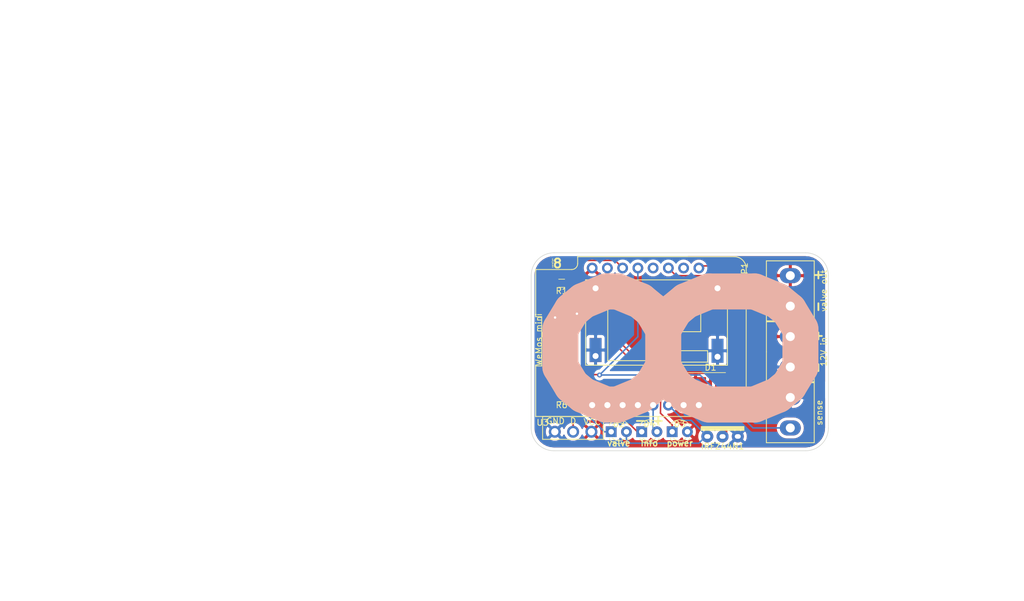
<source format=kicad_pcb>
(kicad_pcb (version 20171130) (host pcbnew 5.1.4)
  (layers (0 F.Cu signal) (31 B.Cu signal) (34 B.Paste user) (35 F.Paste user) (36 B.SilkS user) (37 F.SilkS user) (38 B.Mask user) (39 F.Mask user) (44 Edge.Cuts user))
  (net 0 "")
  (net 1 "Net-(D1-Pad2)")
  (net 2 +12V)
  (net 3 "Net-(D2-Pad1)")
  (net 4 +3V3)
  (net 5 "Net-(D3-Pad1)")
  (net 6 "Net-(D4-Pad1)")
  (net 7 GND)
  (net 8 "Net-(JP1-Pad1)")
  (net 9 "Net-(JP1-Pad2)")
  (net 10 "Net-(U2-Pad1)")
  (net 11 "Net-(U2-Pad15)")
  (net 12 "Net-(U2-Pad3)")
  (net 13 "Net-(U2-Pad12)")
  (net 14 "Net-(U2-Pad10)")
  (net 15 "Net-(U2-Pad7)")
  (net 16 "Net-(U2-Pad8)")
  (net 17 "Net-(U2-Pad4)")
  (net 18 valve)
  (net 19 info)
  (net 20 sense)
  (net 21 temp)
  (module "" (layer F.Cu) (at 29.845 -2.54)
    (fp_text reference "" (at 170.18 99.695) (layer F.SilkS) (effects (font (size 1.27 1.27))))
    (fp_text value "" (at 170.18 99.695) (layer F.SilkS) (effects (font (size 1.27 1.27))))
  )
  (module LEDs:LED_D3.0mm (layer F.Cu) (at 136.525 69.215)
    (fp_text reference D4 (at 1.27 -1.27) (layer F.SilkS))
    (fp_text value info)
    (fp_arc (start 1.27 0) (end -0.29 -1.235516) (angle 108.8) (layer F.SilkS) (width 0.12))
    (fp_arc (start 1.27 0) (end -0.29 1.235516) (angle -108.8) (layer F.SilkS) (width 0.12))
    (fp_arc (start 1.27 0) (end 0.229039 -1.08) (angle 87.9) (layer F.SilkS) (width 0.12))
    (fp_arc (start 1.27 0) (end 0.229039 1.08) (angle -87.9) (layer F.SilkS) (width 0.12))
    (fp_line (start -0.29 -1.236) (end -0.29 -1.08) (layer F.SilkS) (width 0.12))
    (fp_line (start -0.29 1.08) (end -0.29 1.236) (layer F.SilkS) (width 0.12))
    (pad 1 thru_hole rect (at 0 0) (size 1.8 1.8) (drill 0.9) (layers *.Cu *.Mask) (net 6 "Net-(D4-Pad1)"))
    (pad 2 thru_hole circle (at 2.54 0) (size 1.8 1.8) (drill 0.9) (layers *.Cu *.Mask) (net 19 info))
  )
  (module custom:temperature_sensor (layer F.Cu) (at 125.095 71.755)
    (fp_text reference U3 (at -5.08 -4.064) (layer F.SilkS))
    (fp_text value DS18B20)
    (fp_text user GND (at -2.921 -4.318) (layer F.SilkS))
    (fp_text user D (at 0 -4.318) (layer F.SilkS))
    (fp_text user VCC (at 3.175 -4.191) (layer F.SilkS))
    (fp_line (start -5.08 -5.08) (end 5.08 -5.08) (layer F.SilkS) (width 0.15))
    (fp_line (start 5.08 -5.08) (end 5.08 -1.27) (layer F.SilkS) (width 0.15))
    (fp_line (start 5.08 -1.27) (end -5.08 -1.27) (layer F.SilkS) (width 0.15))
    (fp_line (start -5.08 -1.27) (end -5.08 -5.08) (layer F.SilkS) (width 0.15))
    (pad 1 thru_hole circle (at -3.048 -2.54) (size 2 2) (drill 1.2) (layers *.Cu *.Mask) (net 7 GND))
    (pad 2 thru_hole circle (at 0 -2.54) (size 2 2) (drill 1.2) (layers *.Cu *.Mask) (net 21 temp))
    (pad 3 thru_hole circle (at 3.048 -2.54) (size 2 2) (drill 1.2) (layers *.Cu *.Mask) (net 4 +3V3))
  )
  (module LEDs:LED_D3.0mm (layer F.Cu) (at 131.445 69.215)
    (fp_text reference D2 (at 1.27 -1.27) (layer F.SilkS))
    (fp_text value valve)
    (fp_line (start -0.29 1.08) (end -0.29 1.236) (layer F.SilkS) (width 0.12))
    (fp_line (start -0.29 -1.236) (end -0.29 -1.08) (layer F.SilkS) (width 0.12))
    (fp_arc (start 1.27 0) (end 0.229039 1.08) (angle -87.9) (layer F.SilkS) (width 0.12))
    (fp_arc (start 1.27 0) (end 0.229039 -1.08) (angle 87.9) (layer F.SilkS) (width 0.12))
    (fp_arc (start 1.27 0) (end -0.29 1.235516) (angle -108.8) (layer F.SilkS) (width 0.12))
    (fp_arc (start 1.27 0) (end -0.29 -1.235516) (angle 108.8) (layer F.SilkS) (width 0.12))
    (pad 2 thru_hole circle (at 2.54 0) (size 1.8 1.8) (drill 0.9) (layers *.Cu *.Mask) (net 18 valve))
    (pad 1 thru_hole rect (at 0 0) (size 1.8 1.8) (drill 0.9) (layers *.Cu *.Mask) (net 3 "Net-(D2-Pad1)"))
  )
  (module LEDs:LED_D3.0mm (layer F.Cu) (at 141.605 69.215)
    (fp_text reference D3 (at 1.27 -1.27) (layer F.SilkS))
    (fp_text value LED)
    (fp_line (start -0.29 1.08) (end -0.29 1.236) (layer F.SilkS) (width 0.12))
    (fp_line (start -0.29 -1.236) (end -0.29 -1.08) (layer F.SilkS) (width 0.12))
    (fp_arc (start 1.27 0) (end 0.229039 1.08) (angle -87.9) (layer F.SilkS) (width 0.12))
    (fp_arc (start 1.27 0) (end 0.229039 -1.08) (angle 87.9) (layer F.SilkS) (width 0.12))
    (fp_arc (start 1.27 0) (end -0.29 1.235516) (angle -108.8) (layer F.SilkS) (width 0.12))
    (fp_arc (start 1.27 0) (end -0.29 -1.235516) (angle 108.8) (layer F.SilkS) (width 0.12))
    (pad 2 thru_hole circle (at 2.54 0) (size 1.8 1.8) (drill 0.9) (layers *.Cu *.Mask) (net 4 +3V3))
    (pad 1 thru_hole rect (at 0 0) (size 1.8 1.8) (drill 0.9) (layers *.Cu *.Mask) (net 5 "Net-(D3-Pad1)"))
  )
  (module custom:jumper (layer F.Cu) (at 151.13 42.3672 90)
    (fp_text reference JP1 (at 0 2.54 90) (layer F.SilkS))
    (fp_text value deepsleep)
    (pad 1 smd trapezoid (at -0.8128 0 90) (size 1.524 1.524) (rect_delta -1 0) (layers F.Cu F.Paste F.Mask) (net 8 "Net-(JP1-Pad1)"))
    (pad 2 smd trapezoid (at 0.8128 0 90) (size 1.524 1.524) (rect_delta 1 0) (layers F.Cu F.Paste F.Mask) (net 9 "Net-(JP1-Pad2)"))
  )
  (module Resistors_SMD:R_0603_HandSoldering (layer F.Cu) (at 123.19 44.45)
    (fp_text reference R1 (at 0 1.27) (layer F.SilkS))
    (fp_text value 20K)
    (fp_line (start 0.5 0.68) (end -0.5 0.68) (layer F.SilkS) (width 0.12))
    (fp_line (start -0.5 -0.68) (end 0.5 -0.68) (layer F.SilkS) (width 0.12))
    (pad 1 smd rect (at -1.1 0) (size 1.2 0.9) (layers F.Cu F.Paste F.Mask) (net 7 GND))
    (pad 2 smd rect (at 1.1 0) (size 1.2 0.9) (layers F.Cu F.Paste F.Mask) (net 18 valve))
  )
  (module Resistors_SMD:R_0603_HandSoldering (layer F.Cu) (at 123.19 48.26)
    (fp_text reference R2 (at 0 1.27) (layer F.SilkS))
    (fp_text value 1K)
    (fp_line (start -0.5 -0.68) (end 0.5 -0.68) (layer F.SilkS) (width 0.12))
    (fp_line (start 0.5 0.68) (end -0.5 0.68) (layer F.SilkS) (width 0.12))
    (pad 2 smd rect (at 1.1 0) (size 1.2 0.9) (layers F.Cu F.Paste F.Mask) (net 3 "Net-(D2-Pad1)"))
    (pad 1 smd rect (at -1.1 0) (size 1.2 0.9) (layers F.Cu F.Paste F.Mask) (net 7 GND))
  )
  (module Resistors_SMD:R_0603_HandSoldering (layer F.Cu) (at 123.19 52.07 180)
    (fp_text reference R3 (at 0 -1.27 180) (layer F.SilkS))
    (fp_text value 1K)
    (fp_line (start 0.5 0.68) (end -0.5 0.68) (layer F.SilkS) (width 0.12))
    (fp_line (start -0.5 -0.68) (end 0.5 -0.68) (layer F.SilkS) (width 0.12))
    (pad 1 smd rect (at -1.1 0 180) (size 1.2 0.9) (layers F.Cu F.Paste F.Mask) (net 5 "Net-(D3-Pad1)"))
    (pad 2 smd rect (at 1.1 0 180) (size 1.2 0.9) (layers F.Cu F.Paste F.Mask) (net 7 GND))
  )
  (module Resistors_SMD:R_0603_HandSoldering (layer F.Cu) (at 123.19 55.88)
    (fp_text reference R4 (at 0 1.27) (layer F.SilkS))
    (fp_text value 240)
    (fp_line (start -0.5 -0.68) (end 0.5 -0.68) (layer F.SilkS) (width 0.12))
    (fp_line (start 0.5 0.68) (end -0.5 0.68) (layer F.SilkS) (width 0.12))
    (pad 2 smd rect (at 1.1 0) (size 1.2 0.9) (layers F.Cu F.Paste F.Mask) (net 6 "Net-(D4-Pad1)"))
    (pad 1 smd rect (at -1.1 0) (size 1.2 0.9) (layers F.Cu F.Paste F.Mask) (net 7 GND))
  )
  (module Resistors_SMD:R_0603_HandSoldering (layer F.Cu) (at 123.19 59.69 180)
    (fp_text reference R5 (at 0 -1.45 180) (layer F.SilkS))
    (fp_text value 330)
    (fp_line (start 0.5 0.68) (end -0.5 0.68) (layer F.SilkS) (width 0.12))
    (fp_line (start -0.5 -0.68) (end 0.5 -0.68) (layer F.SilkS) (width 0.12))
    (pad 1 smd rect (at -1.1 0 180) (size 1.2 0.9) (layers F.Cu F.Paste F.Mask) (net 20 sense))
    (pad 2 smd rect (at 1.1 0 180) (size 1.2 0.9) (layers F.Cu F.Paste F.Mask) (net 4 +3V3))
  )
  (module Resistors_SMD:R_0603_HandSoldering (layer F.Cu) (at 123.19 63.5 180)
    (fp_text reference R6 (at 0 -1.27 180) (layer F.SilkS))
    (fp_text value 4K7)
    (fp_line (start -0.5 -0.68) (end 0.5 -0.68) (layer F.SilkS) (width 0.12))
    (fp_line (start 0.5 0.68) (end -0.5 0.68) (layer F.SilkS) (width 0.12))
    (pad 2 smd rect (at 1.1 0 180) (size 1.2 0.9) (layers F.Cu F.Paste F.Mask) (net 21 temp))
    (pad 1 smd rect (at -1.1 0 180) (size 1.2 0.9) (layers F.Cu F.Paste F.Mask) (net 4 +3V3))
  )
  (module custom:stepdown (layer F.Cu) (at 139 51 180)
    (fp_text reference U1 (at 0.254 4.318 180) (layer F.SilkS))
    (fp_text value stepdown)
    (fp_line (start -1.524 -1.524) (end -1.524 2.159) (layer F.SilkS) (width 0.15))
    (fp_line (start -7.366 -1.524) (end -1.524 -1.524) (layer F.SilkS) (width 0.15))
    (fp_line (start -7.366 2.159) (end -7.366 -1.524) (layer F.SilkS) (width 0.15))
    (fp_line (start -1.524 2.159) (end -7.366 2.159) (layer F.SilkS) (width 0.15))
    (fp_line (start -8.509 -4.699) (end -8.509 -6.604) (layer F.SilkS) (width 0.15))
    (fp_line (start -3.175 -4.699) (end -8.509 -4.699) (layer F.SilkS) (width 0.15))
    (fp_line (start -3.175 -6.604) (end -3.175 -4.699) (layer F.SilkS) (width 0.15))
    (fp_line (start -8.509 -6.604) (end -3.175 -6.604) (layer F.SilkS) (width 0.15))
    (fp_line (start 0.127 2.286) (end 8.128 2.286) (layer F.SilkS) (width 0.15))
    (fp_line (start 0.127 -6.35) (end 0.127 2.286) (layer F.SilkS) (width 0.15))
    (fp_line (start 8.128 -6.35) (end 0.127 -6.35) (layer F.SilkS) (width 0.15))
    (fp_line (start 8.128 2.286) (end 8.128 -6.35) (layer F.SilkS) (width 0.15))
    (fp_line (start -11.811 7.112) (end -11.811 -7.112) (layer F.SilkS) (width 0.15))
    (fp_line (start 11.811 7.112) (end -11.811 7.112) (layer F.SilkS) (width 0.15))
    (fp_line (start 11.811 -7.112) (end 11.811 7.112) (layer F.SilkS) (width 0.15))
    (fp_line (start -11.811 -7.112) (end 11.811 -7.112) (layer F.SilkS) (width 0.15))
    (pad 4 thru_hole rect (at 10.16 5.715 180) (size 2 4) (drill 1 (offset 0 -1)) (layers *.Cu *.Mask) (net 4 +3V3))
    (pad 2 thru_hole rect (at 10.16 -5.588 180) (size 2 4) (drill 1 (offset 0 1)) (layers *.Cu *.Mask) (net 7 GND))
    (pad 3 thru_hole rect (at -10.16 5.715 180) (size 2 4) (drill 1 (offset 0 -1)) (layers *.Cu *.Mask) (net 2 +12V))
    (pad 1 thru_hole rect (at -10.16 -5.715 180) (size 2 4) (drill 1 (offset 0 1)) (layers *.Cu *.Mask) (net 7 GND))
  )
  (module custom:wemos (layer F.Cu) (at 137.16 53.34)
    (fp_text reference U2 (at -16.51 0.635 90) (layer F.SilkS))
    (fp_text value WeMos_mini (at -17.78 0.508 90) (layer F.SilkS))
    (fp_line (start -18.3 13.33) (end 14.78 13.33) (layer F.SilkS) (width 0.15))
    (fp_line (start 16.78 11.33) (end 16.78 -11.33) (layer F.SilkS) (width 0.15))
    (fp_line (start 14.78 -13.33) (end -11.3 -13.33) (layer F.SilkS) (width 0.15))
    (fp_line (start -18.3 -11.18) (end -18.3 -3.32) (layer F.SilkS) (width 0.15))
    (fp_line (start -18.3 -3.32) (end -17.3 -3.32) (layer F.SilkS) (width 0.15))
    (fp_line (start -17.3 -3.32) (end -17.3 4.9) (layer F.SilkS) (width 0.15))
    (fp_line (start -17.3 4.9) (end -18.3 4.9) (layer F.SilkS) (width 0.15))
    (fp_line (start -18.3 4.9) (end -18.3 13.329999) (layer F.SilkS) (width 0.15))
    (fp_arc (start 14.78 -11.33) (end 14.78 -13.33) (angle 90) (layer F.SilkS) (width 0.15))
    (fp_arc (start 14.78 11.33) (end 16.78 11.33) (angle 90) (layer F.SilkS) (width 0.15))
    (fp_line (start -18.3 -11.18) (end -12.3 -11.18) (layer F.SilkS) (width 0.15))
    (fp_arc (start -12.3 -12.18) (end -11.3 -12.18) (angle 90) (layer F.SilkS) (width 0.15))
    (fp_line (start -11.3 -12.17) (end -11.3 -13.33) (layer F.SilkS) (width 0.15))
    (fp_line (start -11.3 -13.33) (end -11.3 -13.33) (layer F.SilkS) (width 0.15))
    (pad 16 thru_hole circle (at -8.89 -11.43) (size 1.8 1.8) (drill 1.016) (layers *.Cu *.Mask) (net 4 +3V3))
    (pad 1 thru_hole circle (at -8.89 11.43) (size 1.8 1.8) (drill 1.016) (layers *.Cu *.Mask) (net 10 "Net-(U2-Pad1)"))
    (pad 15 thru_hole circle (at -6.35 -11.43) (size 1.8 1.8) (drill 1.016) (layers *.Cu *.Mask) (net 11 "Net-(U2-Pad15)"))
    (pad 2 thru_hole circle (at -6.35 11.43) (size 1.8 1.8) (drill 1.016) (layers *.Cu *.Mask) (net 7 GND))
    (pad 14 thru_hole circle (at -3.81 -11.43) (size 1.8 1.8) (drill 1.016) (layers *.Cu *.Mask) (net 21 temp))
    (pad 3 thru_hole circle (at -3.81 11.43) (size 1.8 1.8) (drill 1.016) (layers *.Cu *.Mask) (net 12 "Net-(U2-Pad3)"))
    (pad 13 thru_hole circle (at -1.27 -11.43) (size 1.8 1.8) (drill 1.016) (layers *.Cu *.Mask) (net 20 sense))
    (pad 4 thru_hole circle (at -1.27 11.43) (size 1.8 1.8) (drill 1.016) (layers *.Cu *.Mask) (net 17 "Net-(U2-Pad4)"))
    (pad 12 thru_hole circle (at 1.27 -11.43) (size 1.8 1.8) (drill 1.016) (layers *.Cu *.Mask) (net 13 "Net-(U2-Pad12)"))
    (pad 5 thru_hole circle (at 1.27 11.43) (size 1.8 1.8) (drill 1.016) (layers *.Cu *.Mask) (net 19 info))
    (pad 11 thru_hole circle (at 3.81 -11.43) (size 1.8 1.8) (drill 1.016) (layers *.Cu *.Mask) (net 8 "Net-(JP1-Pad1)"))
    (pad 6 thru_hole circle (at 3.81 11.43) (size 1.8 1.8) (drill 1.016) (layers *.Cu *.Mask) (net 18 valve))
    (pad 10 thru_hole circle (at 6.35 -11.43) (size 1.8 1.8) (drill 1.016) (layers *.Cu *.Mask) (net 14 "Net-(U2-Pad10)"))
    (pad 7 thru_hole circle (at 6.35 11.43) (size 1.8 1.8) (drill 1.016) (layers *.Cu *.Mask) (net 15 "Net-(U2-Pad7)"))
    (pad 9 thru_hole circle (at 8.89 -11.43) (size 1.8 1.8) (drill 1.016) (layers *.Cu *.Mask) (net 9 "Net-(JP1-Pad2)"))
    (pad 8 thru_hole circle (at 8.89 11.43) (size 1.8 1.8) (drill 1.016) (layers *.Cu *.Mask) (net 16 "Net-(U2-Pad8)"))
  )
  (module Diodes_SMD:D_SMA_Handsoldering (layer F.Cu) (at 148 61)
    (fp_text reference D1 (at 0 -2.5) (layer F.SilkS))
    (fp_text value " ")
    (fp_line (start -4.4 -1.65) (end 2.5 -1.65) (layer F.SilkS) (width 0.12))
    (fp_line (start -4.4 1.65) (end 2.5 1.65) (layer F.SilkS) (width 0.12))
    (fp_line (start -4.4 -1.65) (end -4.4 1.65) (layer F.SilkS) (width 0.12))
    (pad 2 smd rect (at 2.5 0) (size 3.5 1.8) (layers F.Cu F.Paste F.Mask) (net 1 "Net-(D1-Pad2)"))
    (pad 1 smd rect (at -2.5 0) (size 3.5 1.8) (layers F.Cu F.Paste F.Mask) (net 2 +12V))
  )
  (module custom:irlz44n_vertical (layer F.Cu) (at 150 70 270)
    (fp_text reference IRFZ44N1 (at 1.651 0 180) (layer F.SilkS))
    (fp_text value " ")
    (fp_poly (pts (xy -1.651 -3.556) (xy -1.651 3.556) (xy -1.016 3.556) (xy -1.016 -3.556)) (layer F.SilkS) (width 0.15))
    (pad 2 thru_hole circle (at 0 2.54 270) (size 2 2) (drill oval 0.762 1) (layers *.Cu *.Mask) (net 18 valve))
    (pad 3 thru_hole circle (at 0 0 270) (size 2 2) (drill oval 0.762 1) (layers *.Cu *.Mask) (net 1 "Net-(D1-Pad2)"))
    (pad 1 thru_hole circle (at 0 -2.54 270) (size 2 2) (drill oval 0.762 1) (layers *.Cu *.Mask) (net 7 GND))
  )
  (module custom:termina_2pin (layer F.Cu) (at 161.29 45.72 90)
    (fp_text reference J1)
    (fp_text value "valve out" (at 0 5.588 270) (layer F.SilkS))
    (fp_line (start 0 -3.9878) (end 5.0038 -3.9878) (layer F.SilkS) (width 0.15))
    (fp_line (start 5.0038 -3.9878) (end 5.0038 3.9878) (layer F.SilkS) (width 0.15))
    (fp_line (start 5.0038 3.9878) (end -5.0038 3.9878) (layer F.SilkS) (width 0.15))
    (fp_line (start -5.0038 3.9878) (end -5.0038 -3.9878) (layer F.SilkS) (width 0.15))
    (fp_line (start -5.0038 -3.9878) (end 0 -3.9878) (layer F.SilkS) (width 0.15))
    (pad 1 thru_hole oval (at -2.54 0 90) (size 2.5 3.5) (drill 1.5) (layers *.Cu *.Mask) (net 1 "Net-(D1-Pad2)"))
    (pad 2 thru_hole oval (at 2.54 0 90) (size 2.5 3.5) (drill 1.5) (layers *.Cu *.Mask) (net 2 +12V))
  )
  (module custom:termina_2pin (layer F.Cu) (at 161.29 55.88 90)
    (fp_text reference J2)
    (fp_text value "12V in" (at 0 5.588 270) (layer F.SilkS))
    (fp_line (start -5.0038 -3.9878) (end 0 -3.9878) (layer F.SilkS) (width 0.15))
    (fp_line (start -5.0038 3.9878) (end -5.0038 -3.9878) (layer F.SilkS) (width 0.15))
    (fp_line (start 5.0038 3.9878) (end -5.0038 3.9878) (layer F.SilkS) (width 0.15))
    (fp_line (start 5.0038 -3.9878) (end 5.0038 3.9878) (layer F.SilkS) (width 0.15))
    (fp_line (start 0 -3.9878) (end 5.0038 -3.9878) (layer F.SilkS) (width 0.15))
    (pad 2 thru_hole oval (at 2.54 0 90) (size 2.5 3.5) (drill 1.5) (layers *.Cu *.Mask) (net 2 +12V))
    (pad 1 thru_hole oval (at -2.54 0 90) (size 2.5 3.5) (drill 1.5) (layers *.Cu *.Mask) (net 7 GND))
  )
  (module custom:termina_2pin (layer F.Cu) (at 161.29 66.04 90)
    (fp_text reference J3)
    (fp_text value sense (at 0 4.826 270) (layer F.SilkS))
    (fp_line (start 0 -3.9878) (end 5.0038 -3.9878) (layer F.SilkS) (width 0.15))
    (fp_line (start 5.0038 -3.9878) (end 5.0038 3.9878) (layer F.SilkS) (width 0.15))
    (fp_line (start 5.0038 3.9878) (end -5.0038 3.9878) (layer F.SilkS) (width 0.15))
    (fp_line (start -5.0038 3.9878) (end -5.0038 -3.9878) (layer F.SilkS) (width 0.15))
    (fp_line (start -5.0038 -3.9878) (end 0 -3.9878) (layer F.SilkS) (width 0.15))
    (pad 1 thru_hole oval (at -2.54 0 90) (size 2.5 3.5) (drill 1.5) (layers *.Cu *.Mask) (net 20 sense))
    (pad 2 thru_hole oval (at 2.54 0 90) (size 2.5 3.5) (drill 1.5) (layers *.Cu *.Mask) (net 7 GND))
  )
  (gr_text version (at 121.666 41.0845 90) (layer F.SilkS) (effects (font (size 0.3 0.3) (thickness 0.05))))
  (gr_text "- +\n" (at 137.795 67.31) (layer F.SilkS) (effects (font (size 1.5 1.5) (thickness 0.3))))
  (gr_text power (at 142.875 71.12) (layer F.SilkS) (effects (font (size 1 1) (thickness 0.2))))
  (gr_text info (at 137.795 71.12) (layer F.SilkS) (effects (font (size 1 1) (thickness 0.2))))
  (gr_text valve (at 132.715 71.12) (layer F.SilkS) (effects (font (size 1 1) (thickness 0.2))))
  (gr_text 8 (at 144.78 55.245 90) (layer B.SilkS) (effects (font (size 40 33) (thickness 6)) (justify mirror)))
  (gr_text 8 (at 122.4915 41.148) (layer F.SilkS) (effects (font (size 1.5 1.5) (thickness 0.3))))
  (gr_text "-   +" (at 165.862 45.72 90) (layer F.SilkS) (effects (font (size 1.5 1.5) (thickness 0.3))))
  (gr_text "-   +" (at 165.862 55.88 90) (layer F.SilkS) (effects (font (size 1.5 1.5) (thickness 0.3))))
  (gr_line (start 163.83 72.39) (end 121.92 72.39) (layer Edge.Cuts) (width 0.1))
  (gr_line (start 121.92 39.37) (end 163.83 39.37) (layer Edge.Cuts) (width 0.1))
  (gr_line (start 118.11 43.18) (end 118.11 68.58) (layer Edge.Cuts) (width 0.1))
  (gr_line (start 167.64 43.18) (end 167.64 68.58) (layer Edge.Cuts) (width 0.1))
  (gr_arc (start 121.92 68.58) (end 118.11 68.58) (angle -90) (layer Edge.Cuts) (width 0.1))
  (gr_arc (start 163.83 68.58) (end 163.83 72.39) (angle -90) (layer Edge.Cuts) (width 0.1))
  (gr_arc (start 163.83 43.18) (end 167.64 43.18) (angle -90) (layer Edge.Cuts) (width 0.1))
  (gr_arc (start 121.92 43.18) (end 121.92 39.37) (angle -90) (layer Edge.Cuts) (width 0.1))
  (segment (start 155.575 58.42) (end 152.995 61) (width 0.6) (layer F.Cu) (net 1))
  (segment (start 161.29 48.26) (end 155.575 53.975) (width 0.6) (layer F.Cu) (net 1))
  (segment (start 152.995 61) (end 150.5 61) (width 0.6) (layer F.Cu) (net 1))
  (segment (start 155.575 53.975) (end 155.575 58.42) (width 0.6) (layer F.Cu) (net 1))
  (segment (start 150.5 69.5) (end 150 70) (width 0.6) (layer F.Cu) (net 1))
  (segment (start 150.5 61) (end 150.5 69.5) (width 0.6) (layer F.Cu) (net 1))
  (segment (start 140.97 64.77) (end 143.51 67.31) (width 0.25) (layer B.Cu) (net 18))
  (segment (start 144.78 67.31) (end 147.32 69.85) (width 0.25) (layer B.Cu) (net 18))
  (segment (start 143.51 67.31) (end 144.78 67.31) (width 0.25) (layer B.Cu) (net 18))
  (segment (start 133.985 69.215) (end 133.985 70.485) (width 0.25) (layer B.Cu) (net 18))
  (segment (start 133.985 70.485) (end 134.62 71.12) (width 0.25) (layer B.Cu) (net 18))
  (segment (start 134.62 71.12) (end 146.05 71.12) (width 0.25) (layer B.Cu) (net 18))
  (segment (start 146.05 71.12) (end 147.32 69.85) (width 0.25) (layer B.Cu) (net 18))
  (segment (start 140.97 62.370002) (end 140.97 64.77) (width 0.25) (layer F.Cu) (net 18))
  (segment (start 124.29 44.45) (end 124.29 45.690002) (width 0.25) (layer F.Cu) (net 18))
  (segment (start 124.29 45.690002) (end 140.97 62.370002) (width 0.25) (layer F.Cu) (net 18))
  (segment (start 130.295 69.215) (end 125.73 64.65) (width 0.25) (layer B.Cu) (net 3))
  (segment (start 131.445 69.215) (end 130.295 69.215) (width 0.25) (layer B.Cu) (net 3))
  (via (at 125.73 49.53) (size 0.8) (drill 0.4) (layers F.Cu B.Cu) (net 3))
  (segment (start 125.73 64.65) (end 125.73 49.7) (width 0.25) (layer B.Cu) (net 3))
  (segment (start 125.56 49.53) (end 124.29 48.26) (width 0.25) (layer F.Cu) (net 3))
  (segment (start 125.73 49.53) (end 125.56 49.53) (width 0.25) (layer F.Cu) (net 3))
  (segment (start 124.46 63.67) (end 124.29 63.5) (width 0.25) (layer F.Cu) (net 4))
  (segment (start 141.605 68.065) (end 141.605 69.215) (width 0.25) (layer F.Cu) (net 5))
  (segment (start 139.655001 66.115001) (end 141.605 68.065) (width 0.25) (layer F.Cu) (net 5))
  (segment (start 139.7 62.23) (end 139.655001 66.115001) (width 0.25) (layer F.Cu) (net 5))
  (segment (start 124.29 52.07) (end 129.54 52.07) (width 0.25) (layer F.Cu) (net 5))
  (segment (start 129.54 52.07) (end 139.7 62.23) (width 0.25) (layer F.Cu) (net 5))
  (segment (start 124.46 61.595) (end 123.19 60.325) (width 0.25) (layer F.Cu) (net 6))
  (segment (start 124.29 56.58) (end 124.29 55.88) (width 0.25) (layer F.Cu) (net 6))
  (segment (start 125.095 61.595) (end 124.46 61.595) (width 0.25) (layer F.Cu) (net 6))
  (segment (start 123.19 57.68) (end 124.29 56.58) (width 0.25) (layer F.Cu) (net 6))
  (segment (start 136.525 69.215) (end 135.798002 69.215) (width 0.25) (layer F.Cu) (net 6))
  (segment (start 126.365 65.405) (end 126.365 62.865) (width 0.25) (layer F.Cu) (net 6))
  (segment (start 135.798002 69.215) (end 133.258002 66.675) (width 0.25) (layer F.Cu) (net 6))
  (segment (start 123.19 60.325) (end 123.19 57.68) (width 0.25) (layer F.Cu) (net 6))
  (segment (start 133.258002 66.675) (end 127.635 66.675) (width 0.25) (layer F.Cu) (net 6))
  (segment (start 126.365 62.865) (end 125.095 61.595) (width 0.25) (layer F.Cu) (net 6))
  (segment (start 127.635 66.675) (end 126.365 65.405) (width 0.25) (layer F.Cu) (net 6))
  (segment (start 138.43 68.58) (end 139.065 69.215) (width 0.25) (layer B.Cu) (net 19))
  (segment (start 138.43 64.77) (end 138.43 68.58) (width 0.25) (layer B.Cu) (net 19))
  (segment (start 122.09 44.45) (end 122.09 50.165) (width 0.25) (layer F.Cu) (net 7))
  (segment (start 122.09 50.165) (end 122.09 55.88) (width 0.25) (layer F.Cu) (net 7))
  (via (at 122.09 50.165) (size 0.8) (drill 0.4) (layers F.Cu B.Cu) (net 7))
  (via (at 129.5 59.75) (size 0.8) (drill 0.4) (layers F.Cu B.Cu) (net 20))
  (segment (start 124.29 59.69) (end 129.44 59.69) (width 0.25) (layer F.Cu) (net 20))
  (segment (start 129.44 59.69) (end 129.5 59.75) (width 0.25) (layer F.Cu) (net 20))
  (segment (start 155.08 68.58) (end 161.29 68.58) (width 0.25) (layer B.Cu) (net 20))
  (segment (start 129.5 59.75) (end 146.25 59.75) (width 0.25) (layer B.Cu) (net 20))
  (segment (start 146.25 59.75) (end 155.08 68.58) (width 0.25) (layer B.Cu) (net 20))
  (segment (start 135.89 53.36) (end 135.89 41.91) (width 0.25) (layer B.Cu) (net 20))
  (segment (start 129.5 59.75) (end 135.89 53.36) (width 0.25) (layer B.Cu) (net 20))
  (segment (start 142.24 43.18) (end 140.97 41.91) (width 0.25) (layer F.Cu) (net 8))
  (segment (start 151.13 43.18) (end 142.24 43.18) (width 0.25) (layer F.Cu) (net 8))
  (segment (start 146.4056 41.5544) (end 146.05 41.91) (width 0.25) (layer F.Cu) (net 9))
  (segment (start 151.13 41.5544) (end 146.4056 41.5544) (width 0.25) (layer F.Cu) (net 9))
  (segment (start 125.095 67.800787) (end 125.095 69.215) (width 0.25) (layer F.Cu) (net 21))
  (segment (start 125.095 66.355) (end 125.095 67.800787) (width 0.25) (layer F.Cu) (net 21))
  (segment (start 122.24 63.5) (end 125.095 66.355) (width 0.25) (layer F.Cu) (net 21))
  (segment (start 122.09 63.5) (end 122.24 63.5) (width 0.25) (layer F.Cu) (net 21))
  (segment (start 120.015 42.545) (end 121.92 40.64) (width 0.25) (layer F.Cu) (net 21))
  (segment (start 120.015 61.575) (end 120.015 42.545) (width 0.25) (layer F.Cu) (net 21))
  (segment (start 132.08 40.64) (end 133.35 41.91) (width 0.25) (layer F.Cu) (net 21))
  (segment (start 122.09 63.5) (end 121.94 63.5) (width 0.25) (layer F.Cu) (net 21))
  (segment (start 121.94 63.5) (end 120.015 61.575) (width 0.25) (layer F.Cu) (net 21))
  (segment (start 121.92 40.64) (end 132.08 40.64) (width 0.25) (layer F.Cu) (net 21))
  (zone (net 7) (net_name GND) (layer B.Cu) (connect_pads (clearance 0.508)) (min_thickness 0.254) (fill yes (arc_segments 16) (thermal_gap 0.508) (thermal_bridge_width 0.508) (smoothing fillet) (radius 4))
    (polygon (pts (xy 118.11 39.37) (xy 167.64 39.37) (xy 167.64 72.39) (xy 118.11 72.39)))
  )
  (zone (net 2) (net_name +12V) (layer F.Cu) (connect_pads (clearance 0.508)) (min_thickness 0.254) (fill yes (arc_segments 16) (thermal_gap 0.508) (thermal_bridge_width 0.508) (smoothing fillet) (radius 4))
    (polygon (pts (xy 167.64 62.865) (xy 167.64 39.37) (xy 142.24 39.37) (xy 142.24 62.865)))
  )
  (zone (net 4) (net_name +3V3) (layer F.Cu) (connect_pads (clearance 0.508)) (min_thickness 0.254) (fill yes (arc_segments 16) (thermal_gap 0.508) (thermal_bridge_width 0.508) (smoothing fillet) (radius 4))
    (polygon (pts (xy 141.605 39.37) (xy 141.605 63.5) (xy 167.005 63.5) (xy 167.64 63.5) (xy 167.64 72.39) (xy 118.11 72.39) (xy 118.11 39.37)))
  )
)
</source>
